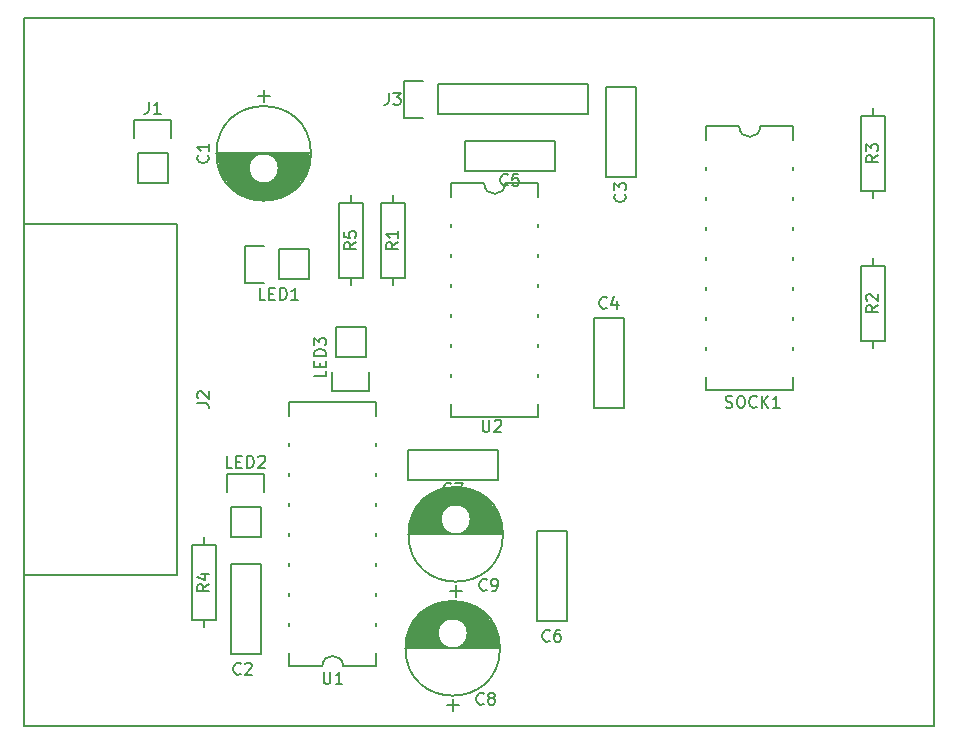
<source format=gbr>
G04 #@! TF.FileFunction,Legend,Top*
%FSLAX46Y46*%
G04 Gerber Fmt 4.6, Leading zero omitted, Abs format (unit mm)*
G04 Created by KiCad (PCBNEW 4.0.1-stable) date 10/28/16 04:05:47*
%MOMM*%
G01*
G04 APERTURE LIST*
%ADD10C,0.100000*%
%ADD11C,0.150000*%
G04 APERTURE END LIST*
D10*
D11*
X92202000Y-79756000D02*
X169291000Y-79756000D01*
X169291000Y-139700000D02*
X92202000Y-139700000D01*
X92202000Y-79756000D02*
X92202000Y-87122000D01*
X169291000Y-139700000D02*
X169291000Y-79756000D01*
X92202000Y-97282000D02*
X92202000Y-139700000D01*
X92202000Y-97282000D02*
X92202000Y-85852000D01*
X135763000Y-112395000D02*
X135763000Y-113538000D01*
X128397000Y-112395000D02*
X128397000Y-113538000D01*
X128397000Y-94869000D02*
X128397000Y-93726000D01*
X135763000Y-94869000D02*
X135763000Y-93726000D01*
X135763000Y-97155000D02*
X135763000Y-97409000D01*
X135763000Y-99695000D02*
X135763000Y-99949000D01*
X135763000Y-102235000D02*
X135763000Y-102489000D01*
X135763000Y-104775000D02*
X135763000Y-105029000D01*
X135763000Y-107315000D02*
X135763000Y-107569000D01*
X135763000Y-110109000D02*
X135763000Y-109855000D01*
X128397000Y-109855000D02*
X128397000Y-110109000D01*
X128397000Y-107315000D02*
X128397000Y-107569000D01*
X128397000Y-104775000D02*
X128397000Y-105029000D01*
X128397000Y-102235000D02*
X128397000Y-102489000D01*
X128397000Y-99695000D02*
X128397000Y-99949000D01*
X128397000Y-97155000D02*
X128397000Y-97409000D01*
X132969000Y-93726000D02*
X135763000Y-93726000D01*
X128397000Y-93726000D02*
X131191000Y-93726000D01*
X131191000Y-93726000D02*
G75*
G03X132969000Y-93726000I889000J0D01*
G01*
X128405000Y-113547000D02*
X135755000Y-113547000D01*
X127952500Y-133096000D02*
X127825500Y-132969000D01*
X127825500Y-132969000D02*
X124650500Y-132969000D01*
X132461000Y-132969000D02*
X129159000Y-132969000D01*
X132461000Y-132842000D02*
X129349500Y-132842000D01*
X129349500Y-132842000D02*
X129476500Y-132715000D01*
X129476500Y-132715000D02*
X132461000Y-132715000D01*
X132461000Y-132715000D02*
X132461000Y-132588000D01*
X132461000Y-132588000D02*
X129603500Y-132588000D01*
X129603500Y-132588000D02*
X129667000Y-132461000D01*
X129667000Y-132461000D02*
X132461000Y-132461000D01*
X132461000Y-132461000D02*
X132397500Y-132334000D01*
X132397500Y-132334000D02*
X129730500Y-132334000D01*
X129730500Y-132334000D02*
X129794000Y-132207000D01*
X129794000Y-132207000D02*
X132334000Y-132207000D01*
X132334000Y-132207000D02*
X132334000Y-132080000D01*
X132334000Y-132080000D02*
X129794000Y-132080000D01*
X129794000Y-132080000D02*
X129794000Y-131953000D01*
X129794000Y-131953000D02*
X132334000Y-131953000D01*
X132334000Y-131953000D02*
X132270500Y-131826000D01*
X132270500Y-131826000D02*
X129857500Y-131826000D01*
X129857500Y-131826000D02*
X129857500Y-131699000D01*
X129857500Y-131699000D02*
X132207000Y-131699000D01*
X132207000Y-131699000D02*
X132143500Y-131572000D01*
X132143500Y-131572000D02*
X129794000Y-131572000D01*
X129794000Y-131572000D02*
X129730500Y-131445000D01*
X129730500Y-131445000D02*
X132143500Y-131445000D01*
X132143500Y-131445000D02*
X132016500Y-131318000D01*
X132016500Y-131318000D02*
X129730500Y-131318000D01*
X129730500Y-131318000D02*
X129667000Y-131191000D01*
X129667000Y-131191000D02*
X132016500Y-131191000D01*
X132016500Y-131191000D02*
X131889500Y-131064000D01*
X131889500Y-131064000D02*
X129540000Y-131064000D01*
X129540000Y-131064000D02*
X129476500Y-130937000D01*
X129476500Y-130937000D02*
X131889500Y-130937000D01*
X131889500Y-130937000D02*
X131699000Y-130810000D01*
X131699000Y-130810000D02*
X129349500Y-130810000D01*
X129349500Y-130810000D02*
X129159000Y-130683000D01*
X129159000Y-130683000D02*
X131635500Y-130683000D01*
X124587000Y-132842000D02*
X127698500Y-132842000D01*
X127698500Y-132842000D02*
X127571500Y-132715000D01*
X127571500Y-132715000D02*
X124587000Y-132715000D01*
X124587000Y-132715000D02*
X124650500Y-132588000D01*
X124650500Y-132588000D02*
X127444500Y-132588000D01*
X127444500Y-132588000D02*
X127317500Y-132461000D01*
X127317500Y-132461000D02*
X124587000Y-132461000D01*
X124587000Y-132461000D02*
X124650500Y-132334000D01*
X124650500Y-132334000D02*
X127317500Y-132334000D01*
X127317500Y-132334000D02*
X127254000Y-132207000D01*
X127254000Y-132207000D02*
X124714000Y-132207000D01*
X124714000Y-132207000D02*
X124714000Y-132080000D01*
X124714000Y-132080000D02*
X127254000Y-132080000D01*
X127254000Y-132080000D02*
X127254000Y-131953000D01*
X127254000Y-131953000D02*
X124714000Y-131953000D01*
X124714000Y-131953000D02*
X124777500Y-131826000D01*
X124777500Y-131826000D02*
X127254000Y-131826000D01*
X127254000Y-131826000D02*
X127254000Y-131699000D01*
X127254000Y-131699000D02*
X124777500Y-131699000D01*
X124777500Y-131699000D02*
X124841000Y-131572000D01*
X124841000Y-131572000D02*
X127254000Y-131572000D01*
X127254000Y-131572000D02*
X127254000Y-131445000D01*
X127254000Y-131445000D02*
X124904500Y-131445000D01*
X124904500Y-131445000D02*
X124968000Y-131318000D01*
X124968000Y-131318000D02*
X127317500Y-131318000D01*
X127317500Y-131318000D02*
X127381000Y-131191000D01*
X127381000Y-131191000D02*
X125031500Y-131191000D01*
X125031500Y-131191000D02*
X125095000Y-131064000D01*
X125095000Y-131064000D02*
X127508000Y-131064000D01*
X127508000Y-131064000D02*
X127571500Y-130937000D01*
X127571500Y-130937000D02*
X125222000Y-130937000D01*
X125222000Y-130937000D02*
X125285500Y-130810000D01*
X125285500Y-130810000D02*
X127698500Y-130810000D01*
X127698500Y-130810000D02*
X127889000Y-130683000D01*
X127889000Y-130683000D02*
X125412500Y-130683000D01*
X128016000Y-137922000D02*
X129032000Y-137922000D01*
X129032000Y-137922000D02*
X128524000Y-137922000D01*
X128524000Y-137922000D02*
X128524000Y-138430000D01*
X128524000Y-138430000D02*
X128524000Y-137414000D01*
X125539500Y-130556000D02*
X125920500Y-130175000D01*
X126619000Y-129603500D02*
X126555500Y-129730500D01*
X126555500Y-129730500D02*
X126492000Y-129921000D01*
X129730500Y-129349500D02*
X129540000Y-129349500D01*
X131381500Y-130429000D02*
X131254500Y-130302000D01*
X130746500Y-129921000D02*
X130683000Y-129857500D01*
X129794000Y-131826000D02*
G75*
G03X129794000Y-131826000I-1270000J0D01*
G01*
X124523500Y-133096000D02*
X132461000Y-133096000D01*
X132461000Y-133096000D02*
X132461000Y-132969000D01*
X125349000Y-130683000D02*
X125476000Y-130556000D01*
X125476000Y-130556000D02*
X131572000Y-130556000D01*
X131572000Y-130556000D02*
X131381500Y-130429000D01*
X131381500Y-130429000D02*
X125666500Y-130429000D01*
X125666500Y-130429000D02*
X125730000Y-130302000D01*
X125730000Y-130302000D02*
X131254500Y-130302000D01*
X131254500Y-130302000D02*
X131127500Y-130175000D01*
X131127500Y-130175000D02*
X125920500Y-130175000D01*
X125920500Y-130175000D02*
X126047500Y-130048000D01*
X126047500Y-130048000D02*
X131000500Y-130048000D01*
X131000500Y-130048000D02*
X130873500Y-129921000D01*
X130873500Y-129921000D02*
X126111000Y-129921000D01*
X126111000Y-129921000D02*
X126365000Y-129794000D01*
X126365000Y-129794000D02*
X130619500Y-129794000D01*
X130619500Y-129794000D02*
X130429000Y-129667000D01*
X130429000Y-129667000D02*
X126619000Y-129667000D01*
X126619000Y-129667000D02*
X126873000Y-129540000D01*
X126873000Y-129540000D02*
X130238500Y-129540000D01*
X130238500Y-129540000D02*
X129857500Y-129413000D01*
X129857500Y-129413000D02*
X127063500Y-129413000D01*
X127063500Y-129413000D02*
X127444500Y-129286000D01*
X127444500Y-129286000D02*
X129540000Y-129286000D01*
X129540000Y-129286000D02*
X129222500Y-129222500D01*
X129222500Y-129222500D02*
X127952500Y-129222500D01*
X132524000Y-133096000D02*
G75*
G03X132524000Y-133096000I-4000000J0D01*
G01*
X128206500Y-123444000D02*
X128079500Y-123317000D01*
X128079500Y-123317000D02*
X124904500Y-123317000D01*
X132715000Y-123317000D02*
X129413000Y-123317000D01*
X132715000Y-123190000D02*
X129603500Y-123190000D01*
X129603500Y-123190000D02*
X129730500Y-123063000D01*
X129730500Y-123063000D02*
X132715000Y-123063000D01*
X132715000Y-123063000D02*
X132715000Y-122936000D01*
X132715000Y-122936000D02*
X129857500Y-122936000D01*
X129857500Y-122936000D02*
X129921000Y-122809000D01*
X129921000Y-122809000D02*
X132715000Y-122809000D01*
X132715000Y-122809000D02*
X132651500Y-122682000D01*
X132651500Y-122682000D02*
X129984500Y-122682000D01*
X129984500Y-122682000D02*
X130048000Y-122555000D01*
X130048000Y-122555000D02*
X132588000Y-122555000D01*
X132588000Y-122555000D02*
X132588000Y-122428000D01*
X132588000Y-122428000D02*
X130048000Y-122428000D01*
X130048000Y-122428000D02*
X130048000Y-122301000D01*
X130048000Y-122301000D02*
X132588000Y-122301000D01*
X132588000Y-122301000D02*
X132524500Y-122174000D01*
X132524500Y-122174000D02*
X130111500Y-122174000D01*
X130111500Y-122174000D02*
X130111500Y-122047000D01*
X130111500Y-122047000D02*
X132461000Y-122047000D01*
X132461000Y-122047000D02*
X132397500Y-121920000D01*
X132397500Y-121920000D02*
X130048000Y-121920000D01*
X130048000Y-121920000D02*
X129984500Y-121793000D01*
X129984500Y-121793000D02*
X132397500Y-121793000D01*
X132397500Y-121793000D02*
X132270500Y-121666000D01*
X132270500Y-121666000D02*
X129984500Y-121666000D01*
X129984500Y-121666000D02*
X129921000Y-121539000D01*
X129921000Y-121539000D02*
X132270500Y-121539000D01*
X132270500Y-121539000D02*
X132143500Y-121412000D01*
X132143500Y-121412000D02*
X129794000Y-121412000D01*
X129794000Y-121412000D02*
X129730500Y-121285000D01*
X129730500Y-121285000D02*
X132143500Y-121285000D01*
X132143500Y-121285000D02*
X131953000Y-121158000D01*
X131953000Y-121158000D02*
X129603500Y-121158000D01*
X129603500Y-121158000D02*
X129413000Y-121031000D01*
X129413000Y-121031000D02*
X131889500Y-121031000D01*
X124841000Y-123190000D02*
X127952500Y-123190000D01*
X127952500Y-123190000D02*
X127825500Y-123063000D01*
X127825500Y-123063000D02*
X124841000Y-123063000D01*
X124841000Y-123063000D02*
X124904500Y-122936000D01*
X124904500Y-122936000D02*
X127698500Y-122936000D01*
X127698500Y-122936000D02*
X127571500Y-122809000D01*
X127571500Y-122809000D02*
X124841000Y-122809000D01*
X124841000Y-122809000D02*
X124904500Y-122682000D01*
X124904500Y-122682000D02*
X127571500Y-122682000D01*
X127571500Y-122682000D02*
X127508000Y-122555000D01*
X127508000Y-122555000D02*
X124968000Y-122555000D01*
X124968000Y-122555000D02*
X124968000Y-122428000D01*
X124968000Y-122428000D02*
X127508000Y-122428000D01*
X127508000Y-122428000D02*
X127508000Y-122301000D01*
X127508000Y-122301000D02*
X124968000Y-122301000D01*
X124968000Y-122301000D02*
X125031500Y-122174000D01*
X125031500Y-122174000D02*
X127508000Y-122174000D01*
X127508000Y-122174000D02*
X127508000Y-122047000D01*
X127508000Y-122047000D02*
X125031500Y-122047000D01*
X125031500Y-122047000D02*
X125095000Y-121920000D01*
X125095000Y-121920000D02*
X127508000Y-121920000D01*
X127508000Y-121920000D02*
X127508000Y-121793000D01*
X127508000Y-121793000D02*
X125158500Y-121793000D01*
X125158500Y-121793000D02*
X125222000Y-121666000D01*
X125222000Y-121666000D02*
X127571500Y-121666000D01*
X127571500Y-121666000D02*
X127635000Y-121539000D01*
X127635000Y-121539000D02*
X125285500Y-121539000D01*
X125285500Y-121539000D02*
X125349000Y-121412000D01*
X125349000Y-121412000D02*
X127762000Y-121412000D01*
X127762000Y-121412000D02*
X127825500Y-121285000D01*
X127825500Y-121285000D02*
X125476000Y-121285000D01*
X125476000Y-121285000D02*
X125539500Y-121158000D01*
X125539500Y-121158000D02*
X127952500Y-121158000D01*
X127952500Y-121158000D02*
X128143000Y-121031000D01*
X128143000Y-121031000D02*
X125666500Y-121031000D01*
X128270000Y-128270000D02*
X129286000Y-128270000D01*
X129286000Y-128270000D02*
X128778000Y-128270000D01*
X128778000Y-128270000D02*
X128778000Y-128778000D01*
X128778000Y-128778000D02*
X128778000Y-127762000D01*
X125793500Y-120904000D02*
X126174500Y-120523000D01*
X126873000Y-119951500D02*
X126809500Y-120078500D01*
X126809500Y-120078500D02*
X126746000Y-120269000D01*
X129984500Y-119697500D02*
X129794000Y-119697500D01*
X131635500Y-120777000D02*
X131508500Y-120650000D01*
X131000500Y-120269000D02*
X130937000Y-120205500D01*
X130048000Y-122174000D02*
G75*
G03X130048000Y-122174000I-1270000J0D01*
G01*
X124777500Y-123444000D02*
X132715000Y-123444000D01*
X132715000Y-123444000D02*
X132715000Y-123317000D01*
X125603000Y-121031000D02*
X125730000Y-120904000D01*
X125730000Y-120904000D02*
X131826000Y-120904000D01*
X131826000Y-120904000D02*
X131635500Y-120777000D01*
X131635500Y-120777000D02*
X125920500Y-120777000D01*
X125920500Y-120777000D02*
X125984000Y-120650000D01*
X125984000Y-120650000D02*
X131508500Y-120650000D01*
X131508500Y-120650000D02*
X131381500Y-120523000D01*
X131381500Y-120523000D02*
X126174500Y-120523000D01*
X126174500Y-120523000D02*
X126301500Y-120396000D01*
X126301500Y-120396000D02*
X131254500Y-120396000D01*
X131254500Y-120396000D02*
X131127500Y-120269000D01*
X131127500Y-120269000D02*
X126365000Y-120269000D01*
X126365000Y-120269000D02*
X126619000Y-120142000D01*
X126619000Y-120142000D02*
X130873500Y-120142000D01*
X130873500Y-120142000D02*
X130683000Y-120015000D01*
X130683000Y-120015000D02*
X126873000Y-120015000D01*
X126873000Y-120015000D02*
X127127000Y-119888000D01*
X127127000Y-119888000D02*
X130492500Y-119888000D01*
X130492500Y-119888000D02*
X130111500Y-119761000D01*
X130111500Y-119761000D02*
X127317500Y-119761000D01*
X127317500Y-119761000D02*
X127698500Y-119634000D01*
X127698500Y-119634000D02*
X129794000Y-119634000D01*
X129794000Y-119634000D02*
X129476500Y-119570500D01*
X129476500Y-119570500D02*
X128206500Y-119570500D01*
X132778000Y-123444000D02*
G75*
G03X132778000Y-123444000I-4000000J0D01*
G01*
X104394000Y-91186000D02*
X104394000Y-93726000D01*
X104674000Y-88366000D02*
X104674000Y-89916000D01*
X104394000Y-91186000D02*
X101854000Y-91186000D01*
X101574000Y-89916000D02*
X101574000Y-88366000D01*
X101574000Y-88366000D02*
X104674000Y-88366000D01*
X101854000Y-91186000D02*
X101854000Y-93726000D01*
X101854000Y-93726000D02*
X104394000Y-93726000D01*
X127254000Y-85344000D02*
X139954000Y-85344000D01*
X139954000Y-85344000D02*
X139954000Y-87884000D01*
X139954000Y-87884000D02*
X127254000Y-87884000D01*
X124434000Y-85064000D02*
X125984000Y-85064000D01*
X127254000Y-85344000D02*
X127254000Y-87884000D01*
X125984000Y-88164000D02*
X124434000Y-88164000D01*
X124434000Y-88164000D02*
X124434000Y-85064000D01*
X113792000Y-99314000D02*
X116332000Y-99314000D01*
X110972000Y-99034000D02*
X112522000Y-99034000D01*
X113792000Y-99314000D02*
X113792000Y-101854000D01*
X112522000Y-102134000D02*
X110972000Y-102134000D01*
X110972000Y-102134000D02*
X110972000Y-99034000D01*
X113792000Y-101854000D02*
X116332000Y-101854000D01*
X116332000Y-101854000D02*
X116332000Y-99314000D01*
X112268000Y-121158000D02*
X112268000Y-123698000D01*
X112548000Y-118338000D02*
X112548000Y-119888000D01*
X112268000Y-121158000D02*
X109728000Y-121158000D01*
X109448000Y-119888000D02*
X109448000Y-118338000D01*
X109448000Y-118338000D02*
X112548000Y-118338000D01*
X109728000Y-121158000D02*
X109728000Y-123698000D01*
X109728000Y-123698000D02*
X112268000Y-123698000D01*
X118618000Y-108458000D02*
X118618000Y-105918000D01*
X118338000Y-111278000D02*
X118338000Y-109728000D01*
X118618000Y-108458000D02*
X121158000Y-108458000D01*
X121438000Y-109728000D02*
X121438000Y-111278000D01*
X121438000Y-111278000D02*
X118338000Y-111278000D01*
X121158000Y-108458000D02*
X121158000Y-105918000D01*
X121158000Y-105918000D02*
X118618000Y-105918000D01*
X124460000Y-95377000D02*
X124460000Y-101727000D01*
X122428000Y-101727000D02*
X122428000Y-95377000D01*
X123444000Y-95377000D02*
X123444000Y-94742000D01*
X123444000Y-101727000D02*
X123444000Y-102362000D01*
X123444000Y-101727000D02*
X122428000Y-101727000D01*
X122428000Y-95377000D02*
X124460000Y-95377000D01*
X124460000Y-101727000D02*
X123444000Y-101727000D01*
X163068000Y-107061000D02*
X163068000Y-100711000D01*
X165100000Y-100711000D02*
X165100000Y-107061000D01*
X164084000Y-107061000D02*
X164084000Y-107696000D01*
X164084000Y-100711000D02*
X164084000Y-100076000D01*
X164084000Y-100711000D02*
X165100000Y-100711000D01*
X165100000Y-107061000D02*
X163068000Y-107061000D01*
X163068000Y-100711000D02*
X164084000Y-100711000D01*
X165100000Y-88011000D02*
X165100000Y-94361000D01*
X163068000Y-94361000D02*
X163068000Y-88011000D01*
X164084000Y-88011000D02*
X164084000Y-87376000D01*
X164084000Y-94361000D02*
X164084000Y-94996000D01*
X164084000Y-94361000D02*
X163068000Y-94361000D01*
X163068000Y-88011000D02*
X165100000Y-88011000D01*
X165100000Y-94361000D02*
X164084000Y-94361000D01*
X108458000Y-124333000D02*
X108458000Y-130683000D01*
X106426000Y-130683000D02*
X106426000Y-124333000D01*
X107442000Y-124333000D02*
X107442000Y-123698000D01*
X107442000Y-130683000D02*
X107442000Y-131318000D01*
X107442000Y-130683000D02*
X106426000Y-130683000D01*
X106426000Y-124333000D02*
X108458000Y-124333000D01*
X108458000Y-130683000D02*
X107442000Y-130683000D01*
X118872000Y-101727000D02*
X118872000Y-95377000D01*
X120904000Y-95377000D02*
X120904000Y-101727000D01*
X119888000Y-101727000D02*
X119888000Y-102362000D01*
X119888000Y-95377000D02*
X119888000Y-94742000D01*
X119888000Y-95377000D02*
X120904000Y-95377000D01*
X120904000Y-101727000D02*
X118872000Y-101727000D01*
X118872000Y-95377000D02*
X119888000Y-95377000D01*
X149987000Y-95123000D02*
X149987000Y-94869000D01*
X149987000Y-97663000D02*
X149987000Y-97409000D01*
X149987000Y-100203000D02*
X149987000Y-99949000D01*
X149987000Y-102743000D02*
X149987000Y-102489000D01*
X149987000Y-105283000D02*
X149987000Y-105029000D01*
X149987000Y-107823000D02*
X149987000Y-107569000D01*
X149987000Y-110109000D02*
X149987000Y-111252000D01*
X157353000Y-110109000D02*
X157353000Y-111252000D01*
X157353000Y-107569000D02*
X157353000Y-107823000D01*
X157353000Y-105029000D02*
X157353000Y-105283000D01*
X157353000Y-102489000D02*
X157353000Y-102743000D01*
X157353000Y-99949000D02*
X157353000Y-100203000D01*
X157353000Y-97409000D02*
X157353000Y-97663000D01*
X157353000Y-94869000D02*
X157353000Y-95123000D01*
X149987000Y-92329000D02*
X149987000Y-92583000D01*
X149987000Y-90043000D02*
X149987000Y-88900000D01*
X157353000Y-90043000D02*
X157353000Y-88900000D01*
X157353000Y-92329000D02*
X157353000Y-92583000D01*
X154559000Y-88900000D02*
X157353000Y-88900000D01*
X149987000Y-88900000D02*
X152781000Y-88900000D01*
X152781000Y-88900000D02*
G75*
G03X154559000Y-88900000I889000J0D01*
G01*
X149995000Y-111261000D02*
X157345000Y-111261000D01*
X122047000Y-128397000D02*
X122047000Y-128651000D01*
X122047000Y-125857000D02*
X122047000Y-126111000D01*
X122047000Y-123317000D02*
X122047000Y-123571000D01*
X122047000Y-120777000D02*
X122047000Y-121031000D01*
X122047000Y-118237000D02*
X122047000Y-118491000D01*
X122047000Y-115697000D02*
X122047000Y-115951000D01*
X122047000Y-113411000D02*
X122047000Y-112268000D01*
X114681000Y-113411000D02*
X114681000Y-112268000D01*
X114681000Y-115951000D02*
X114681000Y-115697000D01*
X114681000Y-118491000D02*
X114681000Y-118237000D01*
X114681000Y-121031000D02*
X114681000Y-120777000D01*
X114681000Y-123571000D02*
X114681000Y-123317000D01*
X114681000Y-126111000D02*
X114681000Y-125857000D01*
X114681000Y-128651000D02*
X114681000Y-128397000D01*
X122047000Y-131191000D02*
X122047000Y-130937000D01*
X122047000Y-133477000D02*
X122047000Y-134620000D01*
X114681000Y-133477000D02*
X114681000Y-134620000D01*
X114681000Y-131191000D02*
X114681000Y-130937000D01*
X117475000Y-134620000D02*
X114681000Y-134620000D01*
X122047000Y-134620000D02*
X119253000Y-134620000D01*
X119253000Y-134620000D02*
G75*
G03X117475000Y-134620000I-889000J0D01*
G01*
X122039000Y-112259000D02*
X114689000Y-112259000D01*
X109728000Y-128524000D02*
X109728000Y-125984000D01*
X109728000Y-125984000D02*
X112268000Y-125984000D01*
X112268000Y-125984000D02*
X112268000Y-128524000D01*
X112268000Y-131064000D02*
X112268000Y-133604000D01*
X112268000Y-133604000D02*
X109728000Y-133604000D01*
X109728000Y-133604000D02*
X109728000Y-131064000D01*
X109728000Y-131064000D02*
X109728000Y-128524000D01*
X112268000Y-131064000D02*
X112268000Y-128524000D01*
X144018000Y-90678000D02*
X144018000Y-93218000D01*
X144018000Y-93218000D02*
X141478000Y-93218000D01*
X141478000Y-93218000D02*
X141478000Y-90678000D01*
X141478000Y-88138000D02*
X141478000Y-85598000D01*
X141478000Y-85598000D02*
X144018000Y-85598000D01*
X144018000Y-85598000D02*
X144018000Y-88138000D01*
X144018000Y-88138000D02*
X144018000Y-90678000D01*
X141478000Y-88138000D02*
X141478000Y-90678000D01*
X143002000Y-110236000D02*
X143002000Y-112776000D01*
X143002000Y-112776000D02*
X140462000Y-112776000D01*
X140462000Y-112776000D02*
X140462000Y-110236000D01*
X140462000Y-107696000D02*
X140462000Y-105156000D01*
X140462000Y-105156000D02*
X143002000Y-105156000D01*
X143002000Y-105156000D02*
X143002000Y-107696000D01*
X143002000Y-107696000D02*
X143002000Y-110236000D01*
X140462000Y-107696000D02*
X140462000Y-110236000D01*
X134620000Y-90170000D02*
X137160000Y-90170000D01*
X137160000Y-90170000D02*
X137160000Y-92710000D01*
X137160000Y-92710000D02*
X134620000Y-92710000D01*
X132080000Y-92710000D02*
X129540000Y-92710000D01*
X129540000Y-92710000D02*
X129540000Y-90170000D01*
X129540000Y-90170000D02*
X132080000Y-90170000D01*
X132080000Y-90170000D02*
X134620000Y-90170000D01*
X132080000Y-92710000D02*
X134620000Y-92710000D01*
X135636000Y-125730000D02*
X135636000Y-123190000D01*
X135636000Y-123190000D02*
X138176000Y-123190000D01*
X138176000Y-123190000D02*
X138176000Y-125730000D01*
X138176000Y-128270000D02*
X138176000Y-130810000D01*
X138176000Y-130810000D02*
X135636000Y-130810000D01*
X135636000Y-130810000D02*
X135636000Y-128270000D01*
X135636000Y-128270000D02*
X135636000Y-125730000D01*
X138176000Y-128270000D02*
X138176000Y-125730000D01*
X129794000Y-116332000D02*
X132334000Y-116332000D01*
X132334000Y-116332000D02*
X132334000Y-118872000D01*
X132334000Y-118872000D02*
X129794000Y-118872000D01*
X127254000Y-118872000D02*
X124714000Y-118872000D01*
X124714000Y-118872000D02*
X124714000Y-116332000D01*
X124714000Y-116332000D02*
X127254000Y-116332000D01*
X127254000Y-116332000D02*
X129794000Y-116332000D01*
X127254000Y-118872000D02*
X129794000Y-118872000D01*
X101727000Y-126873000D02*
X92202000Y-126873000D01*
X92202000Y-126873000D02*
X92202000Y-97155000D01*
X92202000Y-97155000D02*
X102362000Y-97155000D01*
X92202000Y-115824000D02*
X92202000Y-123444000D01*
X101727000Y-126873000D02*
X105156000Y-126873000D01*
X105156000Y-126873000D02*
X105156000Y-116713000D01*
X101727000Y-97155000D02*
X105156000Y-97155000D01*
X105156000Y-97155000D02*
X105156000Y-99314000D01*
X105156000Y-117094000D02*
X105156000Y-99314000D01*
X92202000Y-115824000D02*
X92202000Y-108204000D01*
X113093500Y-91186000D02*
X113220500Y-91313000D01*
X113220500Y-91313000D02*
X116395500Y-91313000D01*
X108585000Y-91313000D02*
X111887000Y-91313000D01*
X108585000Y-91440000D02*
X111696500Y-91440000D01*
X111696500Y-91440000D02*
X111569500Y-91567000D01*
X111569500Y-91567000D02*
X108585000Y-91567000D01*
X108585000Y-91567000D02*
X108585000Y-91694000D01*
X108585000Y-91694000D02*
X111442500Y-91694000D01*
X111442500Y-91694000D02*
X111379000Y-91821000D01*
X111379000Y-91821000D02*
X108585000Y-91821000D01*
X108585000Y-91821000D02*
X108648500Y-91948000D01*
X108648500Y-91948000D02*
X111315500Y-91948000D01*
X111315500Y-91948000D02*
X111252000Y-92075000D01*
X111252000Y-92075000D02*
X108712000Y-92075000D01*
X108712000Y-92075000D02*
X108712000Y-92202000D01*
X108712000Y-92202000D02*
X111252000Y-92202000D01*
X111252000Y-92202000D02*
X111252000Y-92329000D01*
X111252000Y-92329000D02*
X108712000Y-92329000D01*
X108712000Y-92329000D02*
X108775500Y-92456000D01*
X108775500Y-92456000D02*
X111188500Y-92456000D01*
X111188500Y-92456000D02*
X111188500Y-92583000D01*
X111188500Y-92583000D02*
X108839000Y-92583000D01*
X108839000Y-92583000D02*
X108902500Y-92710000D01*
X108902500Y-92710000D02*
X111252000Y-92710000D01*
X111252000Y-92710000D02*
X111315500Y-92837000D01*
X111315500Y-92837000D02*
X108902500Y-92837000D01*
X108902500Y-92837000D02*
X109029500Y-92964000D01*
X109029500Y-92964000D02*
X111315500Y-92964000D01*
X111315500Y-92964000D02*
X111379000Y-93091000D01*
X111379000Y-93091000D02*
X109029500Y-93091000D01*
X109029500Y-93091000D02*
X109156500Y-93218000D01*
X109156500Y-93218000D02*
X111506000Y-93218000D01*
X111506000Y-93218000D02*
X111569500Y-93345000D01*
X111569500Y-93345000D02*
X109156500Y-93345000D01*
X109156500Y-93345000D02*
X109347000Y-93472000D01*
X109347000Y-93472000D02*
X111696500Y-93472000D01*
X111696500Y-93472000D02*
X111887000Y-93599000D01*
X111887000Y-93599000D02*
X109410500Y-93599000D01*
X116459000Y-91440000D02*
X113347500Y-91440000D01*
X113347500Y-91440000D02*
X113474500Y-91567000D01*
X113474500Y-91567000D02*
X116459000Y-91567000D01*
X116459000Y-91567000D02*
X116395500Y-91694000D01*
X116395500Y-91694000D02*
X113601500Y-91694000D01*
X113601500Y-91694000D02*
X113728500Y-91821000D01*
X113728500Y-91821000D02*
X116459000Y-91821000D01*
X116459000Y-91821000D02*
X116395500Y-91948000D01*
X116395500Y-91948000D02*
X113728500Y-91948000D01*
X113728500Y-91948000D02*
X113792000Y-92075000D01*
X113792000Y-92075000D02*
X116332000Y-92075000D01*
X116332000Y-92075000D02*
X116332000Y-92202000D01*
X116332000Y-92202000D02*
X113792000Y-92202000D01*
X113792000Y-92202000D02*
X113792000Y-92329000D01*
X113792000Y-92329000D02*
X116332000Y-92329000D01*
X116332000Y-92329000D02*
X116268500Y-92456000D01*
X116268500Y-92456000D02*
X113792000Y-92456000D01*
X113792000Y-92456000D02*
X113792000Y-92583000D01*
X113792000Y-92583000D02*
X116268500Y-92583000D01*
X116268500Y-92583000D02*
X116205000Y-92710000D01*
X116205000Y-92710000D02*
X113792000Y-92710000D01*
X113792000Y-92710000D02*
X113792000Y-92837000D01*
X113792000Y-92837000D02*
X116141500Y-92837000D01*
X116141500Y-92837000D02*
X116078000Y-92964000D01*
X116078000Y-92964000D02*
X113728500Y-92964000D01*
X113728500Y-92964000D02*
X113665000Y-93091000D01*
X113665000Y-93091000D02*
X116014500Y-93091000D01*
X116014500Y-93091000D02*
X115951000Y-93218000D01*
X115951000Y-93218000D02*
X113538000Y-93218000D01*
X113538000Y-93218000D02*
X113474500Y-93345000D01*
X113474500Y-93345000D02*
X115824000Y-93345000D01*
X115824000Y-93345000D02*
X115760500Y-93472000D01*
X115760500Y-93472000D02*
X113347500Y-93472000D01*
X113347500Y-93472000D02*
X113157000Y-93599000D01*
X113157000Y-93599000D02*
X115633500Y-93599000D01*
X113030000Y-86360000D02*
X112014000Y-86360000D01*
X112014000Y-86360000D02*
X112522000Y-86360000D01*
X112522000Y-86360000D02*
X112522000Y-85852000D01*
X112522000Y-85852000D02*
X112522000Y-86868000D01*
X115506500Y-93726000D02*
X115125500Y-94107000D01*
X114427000Y-94678500D02*
X114490500Y-94551500D01*
X114490500Y-94551500D02*
X114554000Y-94361000D01*
X111315500Y-94932500D02*
X111506000Y-94932500D01*
X109664500Y-93853000D02*
X109791500Y-93980000D01*
X110299500Y-94361000D02*
X110363000Y-94424500D01*
X113792000Y-92456000D02*
G75*
G03X113792000Y-92456000I-1270000J0D01*
G01*
X116522500Y-91186000D02*
X108585000Y-91186000D01*
X108585000Y-91186000D02*
X108585000Y-91313000D01*
X115697000Y-93599000D02*
X115570000Y-93726000D01*
X115570000Y-93726000D02*
X109474000Y-93726000D01*
X109474000Y-93726000D02*
X109664500Y-93853000D01*
X109664500Y-93853000D02*
X115379500Y-93853000D01*
X115379500Y-93853000D02*
X115316000Y-93980000D01*
X115316000Y-93980000D02*
X109791500Y-93980000D01*
X109791500Y-93980000D02*
X109918500Y-94107000D01*
X109918500Y-94107000D02*
X115125500Y-94107000D01*
X115125500Y-94107000D02*
X114998500Y-94234000D01*
X114998500Y-94234000D02*
X110045500Y-94234000D01*
X110045500Y-94234000D02*
X110172500Y-94361000D01*
X110172500Y-94361000D02*
X114935000Y-94361000D01*
X114935000Y-94361000D02*
X114681000Y-94488000D01*
X114681000Y-94488000D02*
X110426500Y-94488000D01*
X110426500Y-94488000D02*
X110617000Y-94615000D01*
X110617000Y-94615000D02*
X114427000Y-94615000D01*
X114427000Y-94615000D02*
X114173000Y-94742000D01*
X114173000Y-94742000D02*
X110807500Y-94742000D01*
X110807500Y-94742000D02*
X111188500Y-94869000D01*
X111188500Y-94869000D02*
X113982500Y-94869000D01*
X113982500Y-94869000D02*
X113601500Y-94996000D01*
X113601500Y-94996000D02*
X111506000Y-94996000D01*
X111506000Y-94996000D02*
X111823500Y-95059500D01*
X111823500Y-95059500D02*
X113093500Y-95059500D01*
X116522000Y-91186000D02*
G75*
G03X116522000Y-91186000I-4000000J0D01*
G01*
X131064095Y-113752381D02*
X131064095Y-114561905D01*
X131111714Y-114657143D01*
X131159333Y-114704762D01*
X131254571Y-114752381D01*
X131445048Y-114752381D01*
X131540286Y-114704762D01*
X131587905Y-114657143D01*
X131635524Y-114561905D01*
X131635524Y-113752381D01*
X132064095Y-113847619D02*
X132111714Y-113800000D01*
X132206952Y-113752381D01*
X132445048Y-113752381D01*
X132540286Y-113800000D01*
X132587905Y-113847619D01*
X132635524Y-113942857D01*
X132635524Y-114038095D01*
X132587905Y-114180952D01*
X132016476Y-114752381D01*
X132635524Y-114752381D01*
X131151334Y-137771143D02*
X131103715Y-137818762D01*
X130960858Y-137866381D01*
X130865620Y-137866381D01*
X130722762Y-137818762D01*
X130627524Y-137723524D01*
X130579905Y-137628286D01*
X130532286Y-137437810D01*
X130532286Y-137294952D01*
X130579905Y-137104476D01*
X130627524Y-137009238D01*
X130722762Y-136914000D01*
X130865620Y-136866381D01*
X130960858Y-136866381D01*
X131103715Y-136914000D01*
X131151334Y-136961619D01*
X131722762Y-137294952D02*
X131627524Y-137247333D01*
X131579905Y-137199714D01*
X131532286Y-137104476D01*
X131532286Y-137056857D01*
X131579905Y-136961619D01*
X131627524Y-136914000D01*
X131722762Y-136866381D01*
X131913239Y-136866381D01*
X132008477Y-136914000D01*
X132056096Y-136961619D01*
X132103715Y-137056857D01*
X132103715Y-137104476D01*
X132056096Y-137199714D01*
X132008477Y-137247333D01*
X131913239Y-137294952D01*
X131722762Y-137294952D01*
X131627524Y-137342571D01*
X131579905Y-137390190D01*
X131532286Y-137485429D01*
X131532286Y-137675905D01*
X131579905Y-137771143D01*
X131627524Y-137818762D01*
X131722762Y-137866381D01*
X131913239Y-137866381D01*
X132008477Y-137818762D01*
X132056096Y-137771143D01*
X132103715Y-137675905D01*
X132103715Y-137485429D01*
X132056096Y-137390190D01*
X132008477Y-137342571D01*
X131913239Y-137294952D01*
X131405334Y-128119143D02*
X131357715Y-128166762D01*
X131214858Y-128214381D01*
X131119620Y-128214381D01*
X130976762Y-128166762D01*
X130881524Y-128071524D01*
X130833905Y-127976286D01*
X130786286Y-127785810D01*
X130786286Y-127642952D01*
X130833905Y-127452476D01*
X130881524Y-127357238D01*
X130976762Y-127262000D01*
X131119620Y-127214381D01*
X131214858Y-127214381D01*
X131357715Y-127262000D01*
X131405334Y-127309619D01*
X131881524Y-128214381D02*
X132072000Y-128214381D01*
X132167239Y-128166762D01*
X132214858Y-128119143D01*
X132310096Y-127976286D01*
X132357715Y-127785810D01*
X132357715Y-127404857D01*
X132310096Y-127309619D01*
X132262477Y-127262000D01*
X132167239Y-127214381D01*
X131976762Y-127214381D01*
X131881524Y-127262000D01*
X131833905Y-127309619D01*
X131786286Y-127404857D01*
X131786286Y-127642952D01*
X131833905Y-127738190D01*
X131881524Y-127785810D01*
X131976762Y-127833429D01*
X132167239Y-127833429D01*
X132262477Y-127785810D01*
X132310096Y-127738190D01*
X132357715Y-127642952D01*
X102790667Y-86828381D02*
X102790667Y-87542667D01*
X102743047Y-87685524D01*
X102647809Y-87780762D01*
X102504952Y-87828381D01*
X102409714Y-87828381D01*
X103790667Y-87828381D02*
X103219238Y-87828381D01*
X103504952Y-87828381D02*
X103504952Y-86828381D01*
X103409714Y-86971238D01*
X103314476Y-87066476D01*
X103219238Y-87114095D01*
X123110667Y-86066381D02*
X123110667Y-86780667D01*
X123063047Y-86923524D01*
X122967809Y-87018762D01*
X122824952Y-87066381D01*
X122729714Y-87066381D01*
X123491619Y-86066381D02*
X124110667Y-86066381D01*
X123777333Y-86447333D01*
X123920191Y-86447333D01*
X124015429Y-86494952D01*
X124063048Y-86542571D01*
X124110667Y-86637810D01*
X124110667Y-86875905D01*
X124063048Y-86971143D01*
X124015429Y-87018762D01*
X123920191Y-87066381D01*
X123634476Y-87066381D01*
X123539238Y-87018762D01*
X123491619Y-86971143D01*
X112672953Y-103576381D02*
X112196762Y-103576381D01*
X112196762Y-102576381D01*
X113006286Y-103052571D02*
X113339620Y-103052571D01*
X113482477Y-103576381D02*
X113006286Y-103576381D01*
X113006286Y-102576381D01*
X113482477Y-102576381D01*
X113911048Y-103576381D02*
X113911048Y-102576381D01*
X114149143Y-102576381D01*
X114292001Y-102624000D01*
X114387239Y-102719238D01*
X114434858Y-102814476D01*
X114482477Y-103004952D01*
X114482477Y-103147810D01*
X114434858Y-103338286D01*
X114387239Y-103433524D01*
X114292001Y-103528762D01*
X114149143Y-103576381D01*
X113911048Y-103576381D01*
X115434858Y-103576381D02*
X114863429Y-103576381D01*
X115149143Y-103576381D02*
X115149143Y-102576381D01*
X115053905Y-102719238D01*
X114958667Y-102814476D01*
X114863429Y-102862095D01*
X109878953Y-117800381D02*
X109402762Y-117800381D01*
X109402762Y-116800381D01*
X110212286Y-117276571D02*
X110545620Y-117276571D01*
X110688477Y-117800381D02*
X110212286Y-117800381D01*
X110212286Y-116800381D01*
X110688477Y-116800381D01*
X111117048Y-117800381D02*
X111117048Y-116800381D01*
X111355143Y-116800381D01*
X111498001Y-116848000D01*
X111593239Y-116943238D01*
X111640858Y-117038476D01*
X111688477Y-117228952D01*
X111688477Y-117371810D01*
X111640858Y-117562286D01*
X111593239Y-117657524D01*
X111498001Y-117752762D01*
X111355143Y-117800381D01*
X111117048Y-117800381D01*
X112069429Y-116895619D02*
X112117048Y-116848000D01*
X112212286Y-116800381D01*
X112450382Y-116800381D01*
X112545620Y-116848000D01*
X112593239Y-116895619D01*
X112640858Y-116990857D01*
X112640858Y-117086095D01*
X112593239Y-117228952D01*
X112021810Y-117800381D01*
X112640858Y-117800381D01*
X117800381Y-109577047D02*
X117800381Y-110053238D01*
X116800381Y-110053238D01*
X117276571Y-109243714D02*
X117276571Y-108910380D01*
X117800381Y-108767523D02*
X117800381Y-109243714D01*
X116800381Y-109243714D01*
X116800381Y-108767523D01*
X117800381Y-108338952D02*
X116800381Y-108338952D01*
X116800381Y-108100857D01*
X116848000Y-107957999D01*
X116943238Y-107862761D01*
X117038476Y-107815142D01*
X117228952Y-107767523D01*
X117371810Y-107767523D01*
X117562286Y-107815142D01*
X117657524Y-107862761D01*
X117752762Y-107957999D01*
X117800381Y-108100857D01*
X117800381Y-108338952D01*
X116800381Y-107434190D02*
X116800381Y-106815142D01*
X117181333Y-107148476D01*
X117181333Y-107005618D01*
X117228952Y-106910380D01*
X117276571Y-106862761D01*
X117371810Y-106815142D01*
X117609905Y-106815142D01*
X117705143Y-106862761D01*
X117752762Y-106910380D01*
X117800381Y-107005618D01*
X117800381Y-107291333D01*
X117752762Y-107386571D01*
X117705143Y-107434190D01*
X123896381Y-98718666D02*
X123420190Y-99052000D01*
X123896381Y-99290095D02*
X122896381Y-99290095D01*
X122896381Y-98909142D01*
X122944000Y-98813904D01*
X122991619Y-98766285D01*
X123086857Y-98718666D01*
X123229714Y-98718666D01*
X123324952Y-98766285D01*
X123372571Y-98813904D01*
X123420190Y-98909142D01*
X123420190Y-99290095D01*
X123896381Y-97766285D02*
X123896381Y-98337714D01*
X123896381Y-98052000D02*
X122896381Y-98052000D01*
X123039238Y-98147238D01*
X123134476Y-98242476D01*
X123182095Y-98337714D01*
X164536381Y-104052666D02*
X164060190Y-104386000D01*
X164536381Y-104624095D02*
X163536381Y-104624095D01*
X163536381Y-104243142D01*
X163584000Y-104147904D01*
X163631619Y-104100285D01*
X163726857Y-104052666D01*
X163869714Y-104052666D01*
X163964952Y-104100285D01*
X164012571Y-104147904D01*
X164060190Y-104243142D01*
X164060190Y-104624095D01*
X163631619Y-103671714D02*
X163584000Y-103624095D01*
X163536381Y-103528857D01*
X163536381Y-103290761D01*
X163584000Y-103195523D01*
X163631619Y-103147904D01*
X163726857Y-103100285D01*
X163822095Y-103100285D01*
X163964952Y-103147904D01*
X164536381Y-103719333D01*
X164536381Y-103100285D01*
X164536381Y-91352666D02*
X164060190Y-91686000D01*
X164536381Y-91924095D02*
X163536381Y-91924095D01*
X163536381Y-91543142D01*
X163584000Y-91447904D01*
X163631619Y-91400285D01*
X163726857Y-91352666D01*
X163869714Y-91352666D01*
X163964952Y-91400285D01*
X164012571Y-91447904D01*
X164060190Y-91543142D01*
X164060190Y-91924095D01*
X163536381Y-91019333D02*
X163536381Y-90400285D01*
X163917333Y-90733619D01*
X163917333Y-90590761D01*
X163964952Y-90495523D01*
X164012571Y-90447904D01*
X164107810Y-90400285D01*
X164345905Y-90400285D01*
X164441143Y-90447904D01*
X164488762Y-90495523D01*
X164536381Y-90590761D01*
X164536381Y-90876476D01*
X164488762Y-90971714D01*
X164441143Y-91019333D01*
X107894381Y-127674666D02*
X107418190Y-128008000D01*
X107894381Y-128246095D02*
X106894381Y-128246095D01*
X106894381Y-127865142D01*
X106942000Y-127769904D01*
X106989619Y-127722285D01*
X107084857Y-127674666D01*
X107227714Y-127674666D01*
X107322952Y-127722285D01*
X107370571Y-127769904D01*
X107418190Y-127865142D01*
X107418190Y-128246095D01*
X107227714Y-126817523D02*
X107894381Y-126817523D01*
X106846762Y-127055619D02*
X107561048Y-127293714D01*
X107561048Y-126674666D01*
X120340381Y-98718666D02*
X119864190Y-99052000D01*
X120340381Y-99290095D02*
X119340381Y-99290095D01*
X119340381Y-98909142D01*
X119388000Y-98813904D01*
X119435619Y-98766285D01*
X119530857Y-98718666D01*
X119673714Y-98718666D01*
X119768952Y-98766285D01*
X119816571Y-98813904D01*
X119864190Y-98909142D01*
X119864190Y-99290095D01*
X119340381Y-97813904D02*
X119340381Y-98290095D01*
X119816571Y-98337714D01*
X119768952Y-98290095D01*
X119721333Y-98194857D01*
X119721333Y-97956761D01*
X119768952Y-97861523D01*
X119816571Y-97813904D01*
X119911810Y-97766285D01*
X120149905Y-97766285D01*
X120245143Y-97813904D01*
X120292762Y-97861523D01*
X120340381Y-97956761D01*
X120340381Y-98194857D01*
X120292762Y-98290095D01*
X120245143Y-98337714D01*
X151638286Y-112672762D02*
X151781143Y-112720381D01*
X152019239Y-112720381D01*
X152114477Y-112672762D01*
X152162096Y-112625143D01*
X152209715Y-112529905D01*
X152209715Y-112434667D01*
X152162096Y-112339429D01*
X152114477Y-112291810D01*
X152019239Y-112244190D01*
X151828762Y-112196571D01*
X151733524Y-112148952D01*
X151685905Y-112101333D01*
X151638286Y-112006095D01*
X151638286Y-111910857D01*
X151685905Y-111815619D01*
X151733524Y-111768000D01*
X151828762Y-111720381D01*
X152066858Y-111720381D01*
X152209715Y-111768000D01*
X152828762Y-111720381D02*
X153019239Y-111720381D01*
X153114477Y-111768000D01*
X153209715Y-111863238D01*
X153257334Y-112053714D01*
X153257334Y-112387048D01*
X153209715Y-112577524D01*
X153114477Y-112672762D01*
X153019239Y-112720381D01*
X152828762Y-112720381D01*
X152733524Y-112672762D01*
X152638286Y-112577524D01*
X152590667Y-112387048D01*
X152590667Y-112053714D01*
X152638286Y-111863238D01*
X152733524Y-111768000D01*
X152828762Y-111720381D01*
X154257334Y-112625143D02*
X154209715Y-112672762D01*
X154066858Y-112720381D01*
X153971620Y-112720381D01*
X153828762Y-112672762D01*
X153733524Y-112577524D01*
X153685905Y-112482286D01*
X153638286Y-112291810D01*
X153638286Y-112148952D01*
X153685905Y-111958476D01*
X153733524Y-111863238D01*
X153828762Y-111768000D01*
X153971620Y-111720381D01*
X154066858Y-111720381D01*
X154209715Y-111768000D01*
X154257334Y-111815619D01*
X154685905Y-112720381D02*
X154685905Y-111720381D01*
X155257334Y-112720381D02*
X154828762Y-112148952D01*
X155257334Y-111720381D02*
X154685905Y-112291810D01*
X156209715Y-112720381D02*
X155638286Y-112720381D01*
X155924000Y-112720381D02*
X155924000Y-111720381D01*
X155828762Y-111863238D01*
X155733524Y-111958476D01*
X155638286Y-112006095D01*
X117602095Y-135088381D02*
X117602095Y-135897905D01*
X117649714Y-135993143D01*
X117697333Y-136040762D01*
X117792571Y-136088381D01*
X117983048Y-136088381D01*
X118078286Y-136040762D01*
X118125905Y-135993143D01*
X118173524Y-135897905D01*
X118173524Y-135088381D01*
X119173524Y-136088381D02*
X118602095Y-136088381D01*
X118887809Y-136088381D02*
X118887809Y-135088381D01*
X118792571Y-135231238D01*
X118697333Y-135326476D01*
X118602095Y-135374095D01*
X110577334Y-135231143D02*
X110529715Y-135278762D01*
X110386858Y-135326381D01*
X110291620Y-135326381D01*
X110148762Y-135278762D01*
X110053524Y-135183524D01*
X110005905Y-135088286D01*
X109958286Y-134897810D01*
X109958286Y-134754952D01*
X110005905Y-134564476D01*
X110053524Y-134469238D01*
X110148762Y-134374000D01*
X110291620Y-134326381D01*
X110386858Y-134326381D01*
X110529715Y-134374000D01*
X110577334Y-134421619D01*
X110958286Y-134421619D02*
X111005905Y-134374000D01*
X111101143Y-134326381D01*
X111339239Y-134326381D01*
X111434477Y-134374000D01*
X111482096Y-134421619D01*
X111529715Y-134516857D01*
X111529715Y-134612095D01*
X111482096Y-134754952D01*
X110910667Y-135326381D01*
X111529715Y-135326381D01*
X143105143Y-94654666D02*
X143152762Y-94702285D01*
X143200381Y-94845142D01*
X143200381Y-94940380D01*
X143152762Y-95083238D01*
X143057524Y-95178476D01*
X142962286Y-95226095D01*
X142771810Y-95273714D01*
X142628952Y-95273714D01*
X142438476Y-95226095D01*
X142343238Y-95178476D01*
X142248000Y-95083238D01*
X142200381Y-94940380D01*
X142200381Y-94845142D01*
X142248000Y-94702285D01*
X142295619Y-94654666D01*
X142200381Y-94321333D02*
X142200381Y-93702285D01*
X142581333Y-94035619D01*
X142581333Y-93892761D01*
X142628952Y-93797523D01*
X142676571Y-93749904D01*
X142771810Y-93702285D01*
X143009905Y-93702285D01*
X143105143Y-93749904D01*
X143152762Y-93797523D01*
X143200381Y-93892761D01*
X143200381Y-94178476D01*
X143152762Y-94273714D01*
X143105143Y-94321333D01*
X141565334Y-104243143D02*
X141517715Y-104290762D01*
X141374858Y-104338381D01*
X141279620Y-104338381D01*
X141136762Y-104290762D01*
X141041524Y-104195524D01*
X140993905Y-104100286D01*
X140946286Y-103909810D01*
X140946286Y-103766952D01*
X140993905Y-103576476D01*
X141041524Y-103481238D01*
X141136762Y-103386000D01*
X141279620Y-103338381D01*
X141374858Y-103338381D01*
X141517715Y-103386000D01*
X141565334Y-103433619D01*
X142422477Y-103671714D02*
X142422477Y-104338381D01*
X142184381Y-103290762D02*
X141946286Y-104005048D01*
X142565334Y-104005048D01*
X133183334Y-93829143D02*
X133135715Y-93876762D01*
X132992858Y-93924381D01*
X132897620Y-93924381D01*
X132754762Y-93876762D01*
X132659524Y-93781524D01*
X132611905Y-93686286D01*
X132564286Y-93495810D01*
X132564286Y-93352952D01*
X132611905Y-93162476D01*
X132659524Y-93067238D01*
X132754762Y-92972000D01*
X132897620Y-92924381D01*
X132992858Y-92924381D01*
X133135715Y-92972000D01*
X133183334Y-93019619D01*
X134088096Y-92924381D02*
X133611905Y-92924381D01*
X133564286Y-93400571D01*
X133611905Y-93352952D01*
X133707143Y-93305333D01*
X133945239Y-93305333D01*
X134040477Y-93352952D01*
X134088096Y-93400571D01*
X134135715Y-93495810D01*
X134135715Y-93733905D01*
X134088096Y-93829143D01*
X134040477Y-93876762D01*
X133945239Y-93924381D01*
X133707143Y-93924381D01*
X133611905Y-93876762D01*
X133564286Y-93829143D01*
X136739334Y-132437143D02*
X136691715Y-132484762D01*
X136548858Y-132532381D01*
X136453620Y-132532381D01*
X136310762Y-132484762D01*
X136215524Y-132389524D01*
X136167905Y-132294286D01*
X136120286Y-132103810D01*
X136120286Y-131960952D01*
X136167905Y-131770476D01*
X136215524Y-131675238D01*
X136310762Y-131580000D01*
X136453620Y-131532381D01*
X136548858Y-131532381D01*
X136691715Y-131580000D01*
X136739334Y-131627619D01*
X137596477Y-131532381D02*
X137406000Y-131532381D01*
X137310762Y-131580000D01*
X137263143Y-131627619D01*
X137167905Y-131770476D01*
X137120286Y-131960952D01*
X137120286Y-132341905D01*
X137167905Y-132437143D01*
X137215524Y-132484762D01*
X137310762Y-132532381D01*
X137501239Y-132532381D01*
X137596477Y-132484762D01*
X137644096Y-132437143D01*
X137691715Y-132341905D01*
X137691715Y-132103810D01*
X137644096Y-132008571D01*
X137596477Y-131960952D01*
X137501239Y-131913333D01*
X137310762Y-131913333D01*
X137215524Y-131960952D01*
X137167905Y-132008571D01*
X137120286Y-132103810D01*
X128357334Y-119991143D02*
X128309715Y-120038762D01*
X128166858Y-120086381D01*
X128071620Y-120086381D01*
X127928762Y-120038762D01*
X127833524Y-119943524D01*
X127785905Y-119848286D01*
X127738286Y-119657810D01*
X127738286Y-119514952D01*
X127785905Y-119324476D01*
X127833524Y-119229238D01*
X127928762Y-119134000D01*
X128071620Y-119086381D01*
X128166858Y-119086381D01*
X128309715Y-119134000D01*
X128357334Y-119181619D01*
X128690667Y-119086381D02*
X129357334Y-119086381D01*
X128928762Y-120086381D01*
X106894381Y-112347333D02*
X107608667Y-112347333D01*
X107751524Y-112394953D01*
X107846762Y-112490191D01*
X107894381Y-112633048D01*
X107894381Y-112728286D01*
X106989619Y-111918762D02*
X106942000Y-111871143D01*
X106894381Y-111775905D01*
X106894381Y-111537809D01*
X106942000Y-111442571D01*
X106989619Y-111394952D01*
X107084857Y-111347333D01*
X107180095Y-111347333D01*
X107322952Y-111394952D01*
X107894381Y-111966381D01*
X107894381Y-111347333D01*
X107799143Y-91352666D02*
X107846762Y-91400285D01*
X107894381Y-91543142D01*
X107894381Y-91638380D01*
X107846762Y-91781238D01*
X107751524Y-91876476D01*
X107656286Y-91924095D01*
X107465810Y-91971714D01*
X107322952Y-91971714D01*
X107132476Y-91924095D01*
X107037238Y-91876476D01*
X106942000Y-91781238D01*
X106894381Y-91638380D01*
X106894381Y-91543142D01*
X106942000Y-91400285D01*
X106989619Y-91352666D01*
X107894381Y-90400285D02*
X107894381Y-90971714D01*
X107894381Y-90686000D02*
X106894381Y-90686000D01*
X107037238Y-90781238D01*
X107132476Y-90876476D01*
X107180095Y-90971714D01*
M02*

</source>
